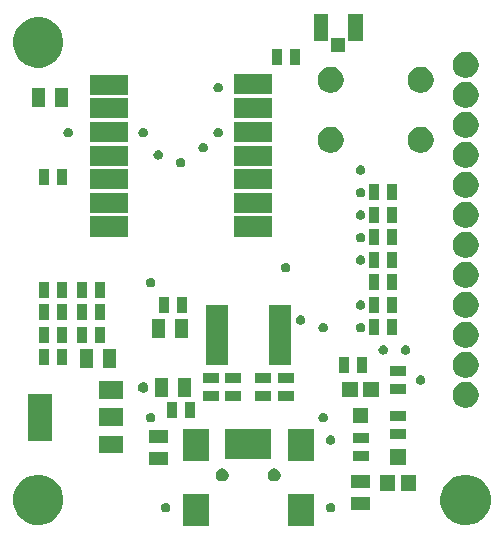
<source format=gts>
G04 (created by PCBNEW (2013-may-18)-stable) date Fri 12 Dec 2014 10:12:51 AM CET*
%MOIN*%
G04 Gerber Fmt 3.4, Leading zero omitted, Abs format*
%FSLAX34Y34*%
G01*
G70*
G90*
G04 APERTURE LIST*
%ADD10C,0.00590551*%
G04 APERTURE END LIST*
G54D10*
G36*
X23740Y-25915D02*
X23309Y-25915D01*
X23309Y-25284D01*
X23740Y-25284D01*
X23740Y-25915D01*
X23740Y-25915D01*
G37*
G36*
X23865Y-28515D02*
X23534Y-28515D01*
X23534Y-27984D01*
X23865Y-27984D01*
X23865Y-28515D01*
X23865Y-28515D01*
G37*
G36*
X23865Y-32265D02*
X23534Y-32265D01*
X23534Y-31734D01*
X23865Y-31734D01*
X23865Y-32265D01*
X23865Y-32265D01*
G37*
G36*
X23865Y-33015D02*
X23534Y-33015D01*
X23534Y-32484D01*
X23865Y-32484D01*
X23865Y-33015D01*
X23865Y-33015D01*
G37*
G36*
X23865Y-33765D02*
X23534Y-33765D01*
X23534Y-33234D01*
X23865Y-33234D01*
X23865Y-33765D01*
X23865Y-33765D01*
G37*
G36*
X23865Y-34515D02*
X23534Y-34515D01*
X23534Y-33984D01*
X23865Y-33984D01*
X23865Y-34515D01*
X23865Y-34515D01*
G37*
G36*
X23963Y-37038D02*
X23174Y-37038D01*
X23174Y-35461D01*
X23963Y-35461D01*
X23963Y-37038D01*
X23963Y-37038D01*
G37*
G36*
X24339Y-23670D02*
X24337Y-23852D01*
X24299Y-24019D01*
X24235Y-24164D01*
X24136Y-24303D01*
X24021Y-24413D01*
X23877Y-24504D01*
X23729Y-24561D01*
X23561Y-24591D01*
X23403Y-24588D01*
X23236Y-24551D01*
X23091Y-24488D01*
X22950Y-24390D01*
X22840Y-24276D01*
X22748Y-24132D01*
X22689Y-23985D01*
X22658Y-23817D01*
X22661Y-23659D01*
X22696Y-23491D01*
X22758Y-23346D01*
X22855Y-23204D01*
X22968Y-23094D01*
X23112Y-23000D01*
X23258Y-22941D01*
X23427Y-22909D01*
X23584Y-22910D01*
X23753Y-22945D01*
X23898Y-23006D01*
X24040Y-23102D01*
X24151Y-23213D01*
X24246Y-23357D01*
X24306Y-23502D01*
X24339Y-23670D01*
X24339Y-23670D01*
G37*
G36*
X24339Y-38920D02*
X24337Y-39102D01*
X24299Y-39269D01*
X24235Y-39414D01*
X24136Y-39553D01*
X24021Y-39663D01*
X23877Y-39754D01*
X23729Y-39811D01*
X23561Y-39841D01*
X23403Y-39838D01*
X23236Y-39801D01*
X23091Y-39738D01*
X22950Y-39640D01*
X22840Y-39526D01*
X22748Y-39382D01*
X22689Y-39235D01*
X22658Y-39067D01*
X22661Y-38909D01*
X22696Y-38741D01*
X22758Y-38596D01*
X22855Y-38454D01*
X22968Y-38344D01*
X23112Y-38250D01*
X23258Y-38191D01*
X23427Y-38159D01*
X23584Y-38160D01*
X23753Y-38195D01*
X23898Y-38256D01*
X24040Y-38352D01*
X24151Y-38463D01*
X24246Y-38607D01*
X24306Y-38752D01*
X24339Y-38920D01*
X24339Y-38920D01*
G37*
G36*
X24465Y-28515D02*
X24134Y-28515D01*
X24134Y-27984D01*
X24465Y-27984D01*
X24465Y-28515D01*
X24465Y-28515D01*
G37*
G36*
X24465Y-32265D02*
X24134Y-32265D01*
X24134Y-31734D01*
X24465Y-31734D01*
X24465Y-32265D01*
X24465Y-32265D01*
G37*
G36*
X24465Y-33015D02*
X24134Y-33015D01*
X24134Y-32484D01*
X24465Y-32484D01*
X24465Y-33015D01*
X24465Y-33015D01*
G37*
G36*
X24465Y-33765D02*
X24134Y-33765D01*
X24134Y-33234D01*
X24465Y-33234D01*
X24465Y-33765D01*
X24465Y-33765D01*
G37*
G36*
X24465Y-34515D02*
X24134Y-34515D01*
X24134Y-33984D01*
X24465Y-33984D01*
X24465Y-34515D01*
X24465Y-34515D01*
G37*
G36*
X24490Y-25915D02*
X24059Y-25915D01*
X24059Y-25284D01*
X24490Y-25284D01*
X24490Y-25915D01*
X24490Y-25915D01*
G37*
G36*
X24658Y-26737D02*
X24657Y-26767D01*
X24649Y-26802D01*
X24639Y-26825D01*
X24618Y-26855D01*
X24599Y-26873D01*
X24568Y-26892D01*
X24545Y-26901D01*
X24509Y-26908D01*
X24484Y-26907D01*
X24448Y-26899D01*
X24425Y-26889D01*
X24394Y-26868D01*
X24377Y-26850D01*
X24357Y-26819D01*
X24348Y-26796D01*
X24341Y-26759D01*
X24342Y-26735D01*
X24349Y-26698D01*
X24359Y-26676D01*
X24380Y-26645D01*
X24397Y-26628D01*
X24429Y-26607D01*
X24451Y-26598D01*
X24489Y-26591D01*
X24512Y-26591D01*
X24550Y-26599D01*
X24572Y-26608D01*
X24603Y-26630D01*
X24620Y-26646D01*
X24641Y-26678D01*
X24650Y-26700D01*
X24658Y-26737D01*
X24658Y-26737D01*
G37*
G36*
X25115Y-32265D02*
X24784Y-32265D01*
X24784Y-31734D01*
X25115Y-31734D01*
X25115Y-32265D01*
X25115Y-32265D01*
G37*
G36*
X25115Y-33015D02*
X24784Y-33015D01*
X24784Y-32484D01*
X25115Y-32484D01*
X25115Y-33015D01*
X25115Y-33015D01*
G37*
G36*
X25115Y-33765D02*
X24784Y-33765D01*
X24784Y-33234D01*
X25115Y-33234D01*
X25115Y-33765D01*
X25115Y-33765D01*
G37*
G36*
X25340Y-34615D02*
X24909Y-34615D01*
X24909Y-33984D01*
X25340Y-33984D01*
X25340Y-34615D01*
X25340Y-34615D01*
G37*
G36*
X25715Y-32265D02*
X25384Y-32265D01*
X25384Y-31734D01*
X25715Y-31734D01*
X25715Y-32265D01*
X25715Y-32265D01*
G37*
G36*
X25715Y-33015D02*
X25384Y-33015D01*
X25384Y-32484D01*
X25715Y-32484D01*
X25715Y-33015D01*
X25715Y-33015D01*
G37*
G36*
X25715Y-33765D02*
X25384Y-33765D01*
X25384Y-33234D01*
X25715Y-33234D01*
X25715Y-33765D01*
X25715Y-33765D01*
G37*
G36*
X26090Y-34615D02*
X25659Y-34615D01*
X25659Y-33984D01*
X26090Y-33984D01*
X26090Y-34615D01*
X26090Y-34615D01*
G37*
G36*
X26325Y-35640D02*
X25536Y-35640D01*
X25536Y-35047D01*
X26325Y-35047D01*
X26325Y-35640D01*
X26325Y-35640D01*
G37*
G36*
X26325Y-36546D02*
X25536Y-36546D01*
X25536Y-35953D01*
X26325Y-35953D01*
X26325Y-36546D01*
X26325Y-36546D01*
G37*
G36*
X26325Y-37452D02*
X25536Y-37452D01*
X25536Y-36859D01*
X26325Y-36859D01*
X26325Y-37452D01*
X26325Y-37452D01*
G37*
G36*
X26479Y-25498D02*
X25217Y-25498D01*
X25217Y-24827D01*
X26479Y-24827D01*
X26479Y-25498D01*
X26479Y-25498D01*
G37*
G36*
X26479Y-26286D02*
X25217Y-26286D01*
X25217Y-25615D01*
X26479Y-25615D01*
X26479Y-26286D01*
X26479Y-26286D01*
G37*
G36*
X26479Y-27073D02*
X25217Y-27073D01*
X25217Y-26402D01*
X26479Y-26402D01*
X26479Y-27073D01*
X26479Y-27073D01*
G37*
G36*
X26479Y-27860D02*
X25217Y-27860D01*
X25217Y-27190D01*
X26479Y-27190D01*
X26479Y-27860D01*
X26479Y-27860D01*
G37*
G36*
X26479Y-28648D02*
X25217Y-28648D01*
X25217Y-27977D01*
X26479Y-27977D01*
X26479Y-28648D01*
X26479Y-28648D01*
G37*
G36*
X26479Y-29435D02*
X25217Y-29435D01*
X25217Y-28764D01*
X26479Y-28764D01*
X26479Y-29435D01*
X26479Y-29435D01*
G37*
G36*
X26479Y-30223D02*
X25217Y-30223D01*
X25217Y-29552D01*
X26479Y-29552D01*
X26479Y-30223D01*
X26479Y-30223D01*
G37*
G36*
X27158Y-26737D02*
X27157Y-26767D01*
X27149Y-26802D01*
X27139Y-26825D01*
X27118Y-26855D01*
X27099Y-26873D01*
X27068Y-26892D01*
X27045Y-26901D01*
X27009Y-26908D01*
X26984Y-26907D01*
X26948Y-26899D01*
X26925Y-26889D01*
X26894Y-26868D01*
X26877Y-26850D01*
X26857Y-26819D01*
X26848Y-26796D01*
X26841Y-26759D01*
X26842Y-26735D01*
X26849Y-26698D01*
X26859Y-26676D01*
X26880Y-26645D01*
X26897Y-26628D01*
X26929Y-26607D01*
X26951Y-26598D01*
X26989Y-26591D01*
X27012Y-26591D01*
X27050Y-26599D01*
X27072Y-26608D01*
X27103Y-26630D01*
X27120Y-26646D01*
X27141Y-26678D01*
X27150Y-26700D01*
X27158Y-26737D01*
X27158Y-26737D01*
G37*
G36*
X27177Y-35235D02*
X27177Y-35269D01*
X27168Y-35308D01*
X27156Y-35335D01*
X27133Y-35368D01*
X27112Y-35388D01*
X27077Y-35410D01*
X27050Y-35420D01*
X27010Y-35428D01*
X26981Y-35427D01*
X26941Y-35418D01*
X26915Y-35407D01*
X26881Y-35383D01*
X26862Y-35363D01*
X26839Y-35328D01*
X26829Y-35302D01*
X26821Y-35261D01*
X26822Y-35233D01*
X26831Y-35192D01*
X26842Y-35167D01*
X26865Y-35132D01*
X26885Y-35113D01*
X26920Y-35090D01*
X26946Y-35079D01*
X26987Y-35072D01*
X27015Y-35072D01*
X27056Y-35080D01*
X27081Y-35091D01*
X27116Y-35114D01*
X27135Y-35134D01*
X27159Y-35169D01*
X27169Y-35194D01*
X27177Y-35235D01*
X27177Y-35235D01*
G37*
G36*
X27408Y-31737D02*
X27407Y-31767D01*
X27399Y-31802D01*
X27389Y-31825D01*
X27368Y-31855D01*
X27349Y-31873D01*
X27318Y-31892D01*
X27295Y-31901D01*
X27259Y-31908D01*
X27234Y-31907D01*
X27198Y-31899D01*
X27175Y-31889D01*
X27144Y-31868D01*
X27127Y-31850D01*
X27107Y-31819D01*
X27098Y-31796D01*
X27091Y-31759D01*
X27092Y-31735D01*
X27099Y-31698D01*
X27109Y-31676D01*
X27130Y-31645D01*
X27147Y-31628D01*
X27179Y-31607D01*
X27201Y-31598D01*
X27239Y-31591D01*
X27262Y-31591D01*
X27300Y-31599D01*
X27322Y-31608D01*
X27353Y-31630D01*
X27370Y-31646D01*
X27391Y-31678D01*
X27400Y-31700D01*
X27408Y-31737D01*
X27408Y-31737D01*
G37*
G36*
X27408Y-36237D02*
X27407Y-36267D01*
X27399Y-36302D01*
X27389Y-36325D01*
X27368Y-36355D01*
X27349Y-36373D01*
X27318Y-36392D01*
X27295Y-36401D01*
X27259Y-36408D01*
X27234Y-36407D01*
X27198Y-36399D01*
X27175Y-36389D01*
X27144Y-36368D01*
X27127Y-36350D01*
X27107Y-36319D01*
X27098Y-36296D01*
X27091Y-36259D01*
X27092Y-36235D01*
X27099Y-36198D01*
X27109Y-36176D01*
X27130Y-36145D01*
X27147Y-36128D01*
X27179Y-36107D01*
X27201Y-36098D01*
X27239Y-36091D01*
X27262Y-36091D01*
X27300Y-36099D01*
X27322Y-36108D01*
X27353Y-36130D01*
X27370Y-36146D01*
X27391Y-36178D01*
X27400Y-36200D01*
X27408Y-36237D01*
X27408Y-36237D01*
G37*
G36*
X27658Y-27487D02*
X27657Y-27517D01*
X27649Y-27552D01*
X27639Y-27575D01*
X27618Y-27605D01*
X27599Y-27623D01*
X27568Y-27642D01*
X27545Y-27651D01*
X27509Y-27658D01*
X27484Y-27657D01*
X27448Y-27649D01*
X27425Y-27639D01*
X27394Y-27618D01*
X27377Y-27600D01*
X27357Y-27569D01*
X27348Y-27546D01*
X27341Y-27509D01*
X27342Y-27485D01*
X27349Y-27448D01*
X27359Y-27426D01*
X27380Y-27395D01*
X27397Y-27378D01*
X27429Y-27357D01*
X27451Y-27348D01*
X27489Y-27341D01*
X27512Y-27341D01*
X27550Y-27349D01*
X27572Y-27358D01*
X27603Y-27380D01*
X27620Y-27396D01*
X27641Y-27428D01*
X27650Y-27450D01*
X27658Y-27487D01*
X27658Y-27487D01*
G37*
G36*
X27740Y-33615D02*
X27309Y-33615D01*
X27309Y-32984D01*
X27740Y-32984D01*
X27740Y-33615D01*
X27740Y-33615D01*
G37*
G36*
X27815Y-37090D02*
X27184Y-37090D01*
X27184Y-36659D01*
X27815Y-36659D01*
X27815Y-37090D01*
X27815Y-37090D01*
G37*
G36*
X27815Y-37840D02*
X27184Y-37840D01*
X27184Y-37409D01*
X27815Y-37409D01*
X27815Y-37840D01*
X27815Y-37840D01*
G37*
G36*
X27840Y-35565D02*
X27409Y-35565D01*
X27409Y-34934D01*
X27840Y-34934D01*
X27840Y-35565D01*
X27840Y-35565D01*
G37*
G36*
X27865Y-32765D02*
X27534Y-32765D01*
X27534Y-32234D01*
X27865Y-32234D01*
X27865Y-32765D01*
X27865Y-32765D01*
G37*
G36*
X27908Y-39237D02*
X27907Y-39267D01*
X27899Y-39302D01*
X27889Y-39325D01*
X27868Y-39355D01*
X27849Y-39373D01*
X27818Y-39392D01*
X27795Y-39401D01*
X27759Y-39408D01*
X27734Y-39407D01*
X27698Y-39399D01*
X27675Y-39389D01*
X27644Y-39368D01*
X27627Y-39350D01*
X27607Y-39319D01*
X27598Y-39296D01*
X27591Y-39259D01*
X27592Y-39235D01*
X27599Y-39198D01*
X27609Y-39176D01*
X27630Y-39145D01*
X27647Y-39128D01*
X27679Y-39107D01*
X27701Y-39098D01*
X27739Y-39091D01*
X27762Y-39091D01*
X27800Y-39099D01*
X27822Y-39108D01*
X27853Y-39130D01*
X27870Y-39146D01*
X27891Y-39178D01*
X27900Y-39200D01*
X27908Y-39237D01*
X27908Y-39237D01*
G37*
G36*
X28115Y-36265D02*
X27784Y-36265D01*
X27784Y-35734D01*
X28115Y-35734D01*
X28115Y-36265D01*
X28115Y-36265D01*
G37*
G36*
X28408Y-27737D02*
X28407Y-27767D01*
X28399Y-27802D01*
X28389Y-27825D01*
X28368Y-27855D01*
X28349Y-27873D01*
X28318Y-27892D01*
X28295Y-27901D01*
X28259Y-27908D01*
X28234Y-27907D01*
X28198Y-27899D01*
X28175Y-27889D01*
X28144Y-27868D01*
X28127Y-27850D01*
X28107Y-27819D01*
X28098Y-27796D01*
X28091Y-27759D01*
X28092Y-27735D01*
X28099Y-27698D01*
X28109Y-27676D01*
X28130Y-27645D01*
X28147Y-27628D01*
X28179Y-27607D01*
X28201Y-27598D01*
X28239Y-27591D01*
X28262Y-27591D01*
X28300Y-27599D01*
X28322Y-27608D01*
X28353Y-27630D01*
X28370Y-27646D01*
X28391Y-27678D01*
X28400Y-27700D01*
X28408Y-27737D01*
X28408Y-27737D01*
G37*
G36*
X28465Y-32765D02*
X28134Y-32765D01*
X28134Y-32234D01*
X28465Y-32234D01*
X28465Y-32765D01*
X28465Y-32765D01*
G37*
G36*
X28490Y-33615D02*
X28059Y-33615D01*
X28059Y-32984D01*
X28490Y-32984D01*
X28490Y-33615D01*
X28490Y-33615D01*
G37*
G36*
X28590Y-35565D02*
X28159Y-35565D01*
X28159Y-34934D01*
X28590Y-34934D01*
X28590Y-35565D01*
X28590Y-35565D01*
G37*
G36*
X28715Y-36265D02*
X28384Y-36265D01*
X28384Y-35734D01*
X28715Y-35734D01*
X28715Y-36265D01*
X28715Y-36265D01*
G37*
G36*
X29158Y-27237D02*
X29157Y-27267D01*
X29149Y-27302D01*
X29139Y-27325D01*
X29118Y-27355D01*
X29099Y-27373D01*
X29068Y-27392D01*
X29045Y-27401D01*
X29009Y-27408D01*
X28984Y-27407D01*
X28948Y-27399D01*
X28925Y-27389D01*
X28894Y-27368D01*
X28877Y-27350D01*
X28857Y-27319D01*
X28848Y-27296D01*
X28841Y-27259D01*
X28842Y-27235D01*
X28849Y-27198D01*
X28859Y-27176D01*
X28880Y-27145D01*
X28897Y-27128D01*
X28929Y-27107D01*
X28951Y-27098D01*
X28989Y-27091D01*
X29012Y-27091D01*
X29050Y-27099D01*
X29072Y-27108D01*
X29103Y-27130D01*
X29120Y-27146D01*
X29141Y-27178D01*
X29150Y-27200D01*
X29158Y-27237D01*
X29158Y-27237D01*
G37*
G36*
X29181Y-37713D02*
X28314Y-37713D01*
X28314Y-36648D01*
X29181Y-36648D01*
X29181Y-37713D01*
X29181Y-37713D01*
G37*
G36*
X29181Y-39878D02*
X28314Y-39878D01*
X28314Y-38813D01*
X29181Y-38813D01*
X29181Y-39878D01*
X29181Y-39878D01*
G37*
G36*
X29515Y-35115D02*
X28984Y-35115D01*
X28984Y-34784D01*
X29515Y-34784D01*
X29515Y-35115D01*
X29515Y-35115D01*
G37*
G36*
X29515Y-35715D02*
X28984Y-35715D01*
X28984Y-35384D01*
X29515Y-35384D01*
X29515Y-35715D01*
X29515Y-35715D01*
G37*
G36*
X29658Y-25237D02*
X29657Y-25267D01*
X29649Y-25302D01*
X29639Y-25325D01*
X29618Y-25355D01*
X29599Y-25373D01*
X29568Y-25392D01*
X29545Y-25401D01*
X29509Y-25408D01*
X29484Y-25407D01*
X29448Y-25399D01*
X29425Y-25389D01*
X29394Y-25368D01*
X29377Y-25350D01*
X29357Y-25319D01*
X29348Y-25296D01*
X29341Y-25259D01*
X29342Y-25235D01*
X29349Y-25198D01*
X29359Y-25176D01*
X29380Y-25145D01*
X29397Y-25128D01*
X29429Y-25107D01*
X29451Y-25098D01*
X29489Y-25091D01*
X29512Y-25091D01*
X29550Y-25099D01*
X29572Y-25108D01*
X29603Y-25130D01*
X29620Y-25146D01*
X29641Y-25178D01*
X29650Y-25200D01*
X29658Y-25237D01*
X29658Y-25237D01*
G37*
G36*
X29658Y-26737D02*
X29657Y-26767D01*
X29649Y-26802D01*
X29639Y-26825D01*
X29618Y-26855D01*
X29599Y-26873D01*
X29568Y-26892D01*
X29545Y-26901D01*
X29509Y-26908D01*
X29484Y-26907D01*
X29448Y-26899D01*
X29425Y-26889D01*
X29394Y-26868D01*
X29377Y-26850D01*
X29357Y-26819D01*
X29348Y-26796D01*
X29341Y-26759D01*
X29342Y-26735D01*
X29349Y-26698D01*
X29359Y-26676D01*
X29380Y-26645D01*
X29397Y-26628D01*
X29429Y-26607D01*
X29451Y-26598D01*
X29489Y-26591D01*
X29512Y-26591D01*
X29550Y-26599D01*
X29572Y-26608D01*
X29603Y-26630D01*
X29620Y-26646D01*
X29641Y-26678D01*
X29650Y-26700D01*
X29658Y-26737D01*
X29658Y-26737D01*
G37*
G36*
X29815Y-34495D02*
X29084Y-34495D01*
X29084Y-34291D01*
X29084Y-34276D01*
X29084Y-34223D01*
X29084Y-34208D01*
X29084Y-34041D01*
X29084Y-34026D01*
X29084Y-33973D01*
X29084Y-33958D01*
X29084Y-33791D01*
X29084Y-33776D01*
X29084Y-33723D01*
X29084Y-33708D01*
X29084Y-33541D01*
X29084Y-33526D01*
X29084Y-33473D01*
X29084Y-33458D01*
X29084Y-33291D01*
X29084Y-33276D01*
X29084Y-33223D01*
X29084Y-33208D01*
X29084Y-33041D01*
X29084Y-33026D01*
X29084Y-32973D01*
X29084Y-32958D01*
X29084Y-32791D01*
X29084Y-32776D01*
X29084Y-32723D01*
X29084Y-32708D01*
X29084Y-32504D01*
X29815Y-32504D01*
X29815Y-32708D01*
X29815Y-32723D01*
X29815Y-32776D01*
X29815Y-32791D01*
X29815Y-32958D01*
X29815Y-32973D01*
X29815Y-33026D01*
X29815Y-33041D01*
X29815Y-33208D01*
X29815Y-33223D01*
X29815Y-33276D01*
X29815Y-33291D01*
X29815Y-33458D01*
X29815Y-33473D01*
X29815Y-33526D01*
X29815Y-33541D01*
X29815Y-33708D01*
X29815Y-33723D01*
X29815Y-33776D01*
X29815Y-33791D01*
X29815Y-33958D01*
X29815Y-33973D01*
X29815Y-34026D01*
X29815Y-34041D01*
X29815Y-34208D01*
X29815Y-34223D01*
X29815Y-34276D01*
X29815Y-34291D01*
X29815Y-34495D01*
X29815Y-34495D01*
G37*
G36*
X29850Y-38146D02*
X29850Y-38189D01*
X29839Y-38236D01*
X29824Y-38270D01*
X29796Y-38309D01*
X29770Y-38334D01*
X29729Y-38360D01*
X29695Y-38373D01*
X29647Y-38382D01*
X29611Y-38381D01*
X29563Y-38371D01*
X29530Y-38356D01*
X29490Y-38328D01*
X29465Y-38302D01*
X29438Y-38261D01*
X29425Y-38228D01*
X29416Y-38179D01*
X29417Y-38144D01*
X29427Y-38095D01*
X29441Y-38063D01*
X29469Y-38022D01*
X29494Y-37997D01*
X29536Y-37970D01*
X29569Y-37957D01*
X29617Y-37947D01*
X29653Y-37948D01*
X29701Y-37958D01*
X29734Y-37971D01*
X29775Y-37999D01*
X29800Y-38024D01*
X29828Y-38066D01*
X29841Y-38098D01*
X29850Y-38146D01*
X29850Y-38146D01*
G37*
G36*
X30265Y-35115D02*
X29734Y-35115D01*
X29734Y-34784D01*
X30265Y-34784D01*
X30265Y-35115D01*
X30265Y-35115D01*
G37*
G36*
X30265Y-35715D02*
X29734Y-35715D01*
X29734Y-35384D01*
X30265Y-35384D01*
X30265Y-35715D01*
X30265Y-35715D01*
G37*
G36*
X31265Y-35115D02*
X30734Y-35115D01*
X30734Y-34784D01*
X31265Y-34784D01*
X31265Y-35115D01*
X31265Y-35115D01*
G37*
G36*
X31265Y-35715D02*
X30734Y-35715D01*
X30734Y-35384D01*
X31265Y-35384D01*
X31265Y-35715D01*
X31265Y-35715D01*
G37*
G36*
X31268Y-37635D02*
X30999Y-37635D01*
X30984Y-37635D01*
X30960Y-37635D01*
X30945Y-37635D01*
X30684Y-37635D01*
X30669Y-37635D01*
X30645Y-37635D01*
X30630Y-37635D01*
X30369Y-37635D01*
X30354Y-37635D01*
X30330Y-37635D01*
X30315Y-37635D01*
X30054Y-37635D01*
X30039Y-37635D01*
X30015Y-37635D01*
X30000Y-37635D01*
X29731Y-37635D01*
X29731Y-36648D01*
X30000Y-36648D01*
X30015Y-36648D01*
X30039Y-36648D01*
X30054Y-36648D01*
X30315Y-36648D01*
X30330Y-36648D01*
X30354Y-36648D01*
X30369Y-36648D01*
X30630Y-36648D01*
X30645Y-36648D01*
X30669Y-36648D01*
X30684Y-36648D01*
X30945Y-36648D01*
X30960Y-36648D01*
X30984Y-36648D01*
X30999Y-36648D01*
X31268Y-36648D01*
X31268Y-37635D01*
X31268Y-37635D01*
G37*
G36*
X31280Y-25485D02*
X30019Y-25485D01*
X30019Y-24814D01*
X31280Y-24814D01*
X31280Y-25485D01*
X31280Y-25485D01*
G37*
G36*
X31282Y-26286D02*
X30020Y-26286D01*
X30020Y-25615D01*
X31282Y-25615D01*
X31282Y-26286D01*
X31282Y-26286D01*
G37*
G36*
X31282Y-27073D02*
X30020Y-27073D01*
X30020Y-26402D01*
X31282Y-26402D01*
X31282Y-27073D01*
X31282Y-27073D01*
G37*
G36*
X31282Y-27860D02*
X30020Y-27860D01*
X30020Y-27190D01*
X31282Y-27190D01*
X31282Y-27860D01*
X31282Y-27860D01*
G37*
G36*
X31282Y-28648D02*
X30020Y-28648D01*
X30020Y-27977D01*
X31282Y-27977D01*
X31282Y-28648D01*
X31282Y-28648D01*
G37*
G36*
X31282Y-29435D02*
X30020Y-29435D01*
X30020Y-28764D01*
X31282Y-28764D01*
X31282Y-29435D01*
X31282Y-29435D01*
G37*
G36*
X31282Y-30223D02*
X30020Y-30223D01*
X30020Y-29552D01*
X31282Y-29552D01*
X31282Y-30223D01*
X31282Y-30223D01*
G37*
G36*
X31582Y-38146D02*
X31582Y-38189D01*
X31571Y-38236D01*
X31556Y-38270D01*
X31528Y-38309D01*
X31502Y-38334D01*
X31461Y-38360D01*
X31427Y-38373D01*
X31379Y-38382D01*
X31343Y-38381D01*
X31295Y-38371D01*
X31262Y-38356D01*
X31222Y-38328D01*
X31197Y-38302D01*
X31170Y-38261D01*
X31157Y-38228D01*
X31148Y-38179D01*
X31149Y-38144D01*
X31159Y-38095D01*
X31173Y-38063D01*
X31201Y-38022D01*
X31226Y-37997D01*
X31268Y-37970D01*
X31301Y-37957D01*
X31349Y-37947D01*
X31385Y-37948D01*
X31433Y-37958D01*
X31466Y-37971D01*
X31507Y-37999D01*
X31532Y-38024D01*
X31560Y-38066D01*
X31573Y-38098D01*
X31582Y-38146D01*
X31582Y-38146D01*
G37*
G36*
X31615Y-24515D02*
X31284Y-24515D01*
X31284Y-23984D01*
X31615Y-23984D01*
X31615Y-24515D01*
X31615Y-24515D01*
G37*
G36*
X31908Y-31237D02*
X31907Y-31267D01*
X31899Y-31302D01*
X31889Y-31325D01*
X31868Y-31355D01*
X31849Y-31373D01*
X31818Y-31392D01*
X31795Y-31401D01*
X31759Y-31408D01*
X31734Y-31407D01*
X31698Y-31399D01*
X31675Y-31389D01*
X31644Y-31368D01*
X31627Y-31350D01*
X31607Y-31319D01*
X31598Y-31296D01*
X31591Y-31259D01*
X31592Y-31235D01*
X31599Y-31198D01*
X31609Y-31176D01*
X31630Y-31145D01*
X31647Y-31128D01*
X31679Y-31107D01*
X31701Y-31098D01*
X31739Y-31091D01*
X31762Y-31091D01*
X31800Y-31099D01*
X31822Y-31108D01*
X31853Y-31130D01*
X31870Y-31146D01*
X31891Y-31178D01*
X31900Y-31200D01*
X31908Y-31237D01*
X31908Y-31237D01*
G37*
G36*
X31915Y-34495D02*
X31184Y-34495D01*
X31184Y-34291D01*
X31184Y-34276D01*
X31184Y-34223D01*
X31184Y-34208D01*
X31184Y-34041D01*
X31184Y-34026D01*
X31184Y-33973D01*
X31184Y-33958D01*
X31184Y-33791D01*
X31184Y-33776D01*
X31184Y-33723D01*
X31184Y-33708D01*
X31184Y-33541D01*
X31184Y-33526D01*
X31184Y-33473D01*
X31184Y-33458D01*
X31184Y-33291D01*
X31184Y-33276D01*
X31184Y-33223D01*
X31184Y-33208D01*
X31184Y-33041D01*
X31184Y-33026D01*
X31184Y-32973D01*
X31184Y-32958D01*
X31184Y-32791D01*
X31184Y-32776D01*
X31184Y-32723D01*
X31184Y-32708D01*
X31184Y-32504D01*
X31915Y-32504D01*
X31915Y-32708D01*
X31915Y-32723D01*
X31915Y-32776D01*
X31915Y-32791D01*
X31915Y-32958D01*
X31915Y-32973D01*
X31915Y-33026D01*
X31915Y-33041D01*
X31915Y-33208D01*
X31915Y-33223D01*
X31915Y-33276D01*
X31915Y-33291D01*
X31915Y-33458D01*
X31915Y-33473D01*
X31915Y-33526D01*
X31915Y-33541D01*
X31915Y-33708D01*
X31915Y-33723D01*
X31915Y-33776D01*
X31915Y-33791D01*
X31915Y-33958D01*
X31915Y-33973D01*
X31915Y-34026D01*
X31915Y-34041D01*
X31915Y-34208D01*
X31915Y-34223D01*
X31915Y-34276D01*
X31915Y-34291D01*
X31915Y-34495D01*
X31915Y-34495D01*
G37*
G36*
X32015Y-35115D02*
X31484Y-35115D01*
X31484Y-34784D01*
X32015Y-34784D01*
X32015Y-35115D01*
X32015Y-35115D01*
G37*
G36*
X32015Y-35715D02*
X31484Y-35715D01*
X31484Y-35384D01*
X32015Y-35384D01*
X32015Y-35715D01*
X32015Y-35715D01*
G37*
G36*
X32215Y-24515D02*
X31884Y-24515D01*
X31884Y-23984D01*
X32215Y-23984D01*
X32215Y-24515D01*
X32215Y-24515D01*
G37*
G36*
X32408Y-32987D02*
X32407Y-33017D01*
X32399Y-33052D01*
X32389Y-33075D01*
X32368Y-33105D01*
X32349Y-33123D01*
X32318Y-33142D01*
X32295Y-33151D01*
X32259Y-33158D01*
X32234Y-33157D01*
X32198Y-33149D01*
X32175Y-33139D01*
X32144Y-33118D01*
X32127Y-33100D01*
X32107Y-33069D01*
X32098Y-33046D01*
X32091Y-33009D01*
X32092Y-32985D01*
X32099Y-32948D01*
X32109Y-32926D01*
X32130Y-32895D01*
X32147Y-32878D01*
X32179Y-32857D01*
X32201Y-32848D01*
X32239Y-32841D01*
X32262Y-32841D01*
X32300Y-32849D01*
X32322Y-32858D01*
X32353Y-32880D01*
X32370Y-32896D01*
X32391Y-32928D01*
X32400Y-32950D01*
X32408Y-32987D01*
X32408Y-32987D01*
G37*
G36*
X32685Y-37713D02*
X31818Y-37713D01*
X31818Y-36648D01*
X32685Y-36648D01*
X32685Y-37713D01*
X32685Y-37713D01*
G37*
G36*
X32685Y-39878D02*
X31818Y-39878D01*
X31818Y-38813D01*
X32685Y-38813D01*
X32685Y-39878D01*
X32685Y-39878D01*
G37*
G36*
X33154Y-23711D02*
X32684Y-23711D01*
X32684Y-22788D01*
X33154Y-22788D01*
X33154Y-23711D01*
X33154Y-23711D01*
G37*
G36*
X33158Y-33237D02*
X33157Y-33267D01*
X33149Y-33302D01*
X33139Y-33325D01*
X33118Y-33355D01*
X33099Y-33373D01*
X33068Y-33392D01*
X33045Y-33401D01*
X33009Y-33408D01*
X32984Y-33407D01*
X32948Y-33399D01*
X32925Y-33389D01*
X32894Y-33368D01*
X32877Y-33350D01*
X32857Y-33319D01*
X32848Y-33296D01*
X32841Y-33259D01*
X32842Y-33235D01*
X32849Y-33198D01*
X32859Y-33176D01*
X32880Y-33145D01*
X32897Y-33128D01*
X32929Y-33107D01*
X32951Y-33098D01*
X32989Y-33091D01*
X33012Y-33091D01*
X33050Y-33099D01*
X33072Y-33108D01*
X33103Y-33130D01*
X33120Y-33146D01*
X33141Y-33178D01*
X33150Y-33200D01*
X33158Y-33237D01*
X33158Y-33237D01*
G37*
G36*
X33158Y-36237D02*
X33157Y-36267D01*
X33149Y-36302D01*
X33139Y-36325D01*
X33118Y-36355D01*
X33099Y-36373D01*
X33068Y-36392D01*
X33045Y-36401D01*
X33009Y-36408D01*
X32984Y-36407D01*
X32948Y-36399D01*
X32925Y-36389D01*
X32894Y-36368D01*
X32877Y-36350D01*
X32857Y-36319D01*
X32848Y-36296D01*
X32841Y-36259D01*
X32842Y-36235D01*
X32849Y-36198D01*
X32859Y-36176D01*
X32880Y-36145D01*
X32897Y-36128D01*
X32929Y-36107D01*
X32951Y-36098D01*
X32989Y-36091D01*
X33012Y-36091D01*
X33050Y-36099D01*
X33072Y-36108D01*
X33103Y-36130D01*
X33120Y-36146D01*
X33141Y-36178D01*
X33150Y-36200D01*
X33158Y-36237D01*
X33158Y-36237D01*
G37*
G36*
X33408Y-36987D02*
X33407Y-37017D01*
X33399Y-37052D01*
X33389Y-37075D01*
X33368Y-37105D01*
X33349Y-37123D01*
X33318Y-37142D01*
X33295Y-37151D01*
X33259Y-37158D01*
X33234Y-37157D01*
X33198Y-37149D01*
X33175Y-37139D01*
X33144Y-37118D01*
X33127Y-37100D01*
X33107Y-37069D01*
X33098Y-37046D01*
X33091Y-37009D01*
X33092Y-36985D01*
X33099Y-36948D01*
X33109Y-36926D01*
X33130Y-36895D01*
X33147Y-36878D01*
X33179Y-36857D01*
X33201Y-36848D01*
X33239Y-36841D01*
X33262Y-36841D01*
X33300Y-36849D01*
X33322Y-36858D01*
X33353Y-36880D01*
X33370Y-36896D01*
X33391Y-36928D01*
X33400Y-36950D01*
X33408Y-36987D01*
X33408Y-36987D01*
G37*
G36*
X33408Y-39237D02*
X33407Y-39267D01*
X33399Y-39302D01*
X33389Y-39325D01*
X33368Y-39355D01*
X33349Y-39373D01*
X33318Y-39392D01*
X33295Y-39401D01*
X33259Y-39408D01*
X33234Y-39407D01*
X33198Y-39399D01*
X33175Y-39389D01*
X33144Y-39368D01*
X33127Y-39350D01*
X33107Y-39319D01*
X33098Y-39296D01*
X33091Y-39259D01*
X33092Y-39235D01*
X33099Y-39198D01*
X33109Y-39176D01*
X33130Y-39145D01*
X33147Y-39128D01*
X33179Y-39107D01*
X33201Y-39098D01*
X33239Y-39091D01*
X33262Y-39091D01*
X33300Y-39099D01*
X33322Y-39108D01*
X33353Y-39130D01*
X33370Y-39146D01*
X33391Y-39178D01*
X33400Y-39200D01*
X33408Y-39237D01*
X33408Y-39237D01*
G37*
G36*
X33683Y-24960D02*
X33682Y-25051D01*
X33662Y-25140D01*
X33630Y-25212D01*
X33577Y-25286D01*
X33520Y-25341D01*
X33443Y-25390D01*
X33369Y-25418D01*
X33280Y-25434D01*
X33201Y-25432D01*
X33112Y-25413D01*
X33040Y-25381D01*
X32965Y-25329D01*
X32910Y-25273D01*
X32861Y-25196D01*
X32832Y-25123D01*
X32815Y-25033D01*
X32816Y-24954D01*
X32835Y-24865D01*
X32866Y-24793D01*
X32918Y-24717D01*
X32974Y-24662D01*
X33051Y-24612D01*
X33123Y-24583D01*
X33214Y-24565D01*
X33291Y-24566D01*
X33382Y-24585D01*
X33453Y-24615D01*
X33530Y-24666D01*
X33585Y-24721D01*
X33636Y-24798D01*
X33665Y-24870D01*
X33683Y-24960D01*
X33683Y-24960D01*
G37*
G36*
X33683Y-26960D02*
X33682Y-27051D01*
X33662Y-27140D01*
X33630Y-27212D01*
X33577Y-27286D01*
X33520Y-27341D01*
X33443Y-27390D01*
X33369Y-27418D01*
X33280Y-27434D01*
X33201Y-27432D01*
X33112Y-27413D01*
X33040Y-27381D01*
X32965Y-27329D01*
X32910Y-27273D01*
X32861Y-27196D01*
X32832Y-27123D01*
X32815Y-27033D01*
X32816Y-26954D01*
X32835Y-26865D01*
X32866Y-26793D01*
X32918Y-26717D01*
X32974Y-26662D01*
X33051Y-26612D01*
X33123Y-26583D01*
X33214Y-26565D01*
X33291Y-26566D01*
X33382Y-26585D01*
X33453Y-26615D01*
X33530Y-26666D01*
X33585Y-26721D01*
X33636Y-26798D01*
X33665Y-26870D01*
X33683Y-26960D01*
X33683Y-26960D01*
G37*
G36*
X33725Y-24085D02*
X33274Y-24085D01*
X33274Y-23615D01*
X33725Y-23615D01*
X33725Y-24085D01*
X33725Y-24085D01*
G37*
G36*
X33865Y-34765D02*
X33534Y-34765D01*
X33534Y-34234D01*
X33865Y-34234D01*
X33865Y-34765D01*
X33865Y-34765D01*
G37*
G36*
X34156Y-35573D02*
X33643Y-35573D01*
X33643Y-35060D01*
X34156Y-35060D01*
X34156Y-35573D01*
X34156Y-35573D01*
G37*
G36*
X34315Y-23711D02*
X33845Y-23711D01*
X33845Y-22788D01*
X34315Y-22788D01*
X34315Y-23711D01*
X34315Y-23711D01*
G37*
G36*
X34408Y-27987D02*
X34407Y-28017D01*
X34399Y-28052D01*
X34389Y-28075D01*
X34368Y-28105D01*
X34349Y-28123D01*
X34318Y-28142D01*
X34295Y-28151D01*
X34259Y-28158D01*
X34234Y-28157D01*
X34198Y-28149D01*
X34175Y-28139D01*
X34144Y-28118D01*
X34127Y-28100D01*
X34107Y-28069D01*
X34098Y-28046D01*
X34091Y-28009D01*
X34092Y-27985D01*
X34099Y-27948D01*
X34109Y-27926D01*
X34130Y-27895D01*
X34147Y-27878D01*
X34179Y-27857D01*
X34201Y-27848D01*
X34239Y-27841D01*
X34262Y-27841D01*
X34300Y-27849D01*
X34322Y-27858D01*
X34353Y-27880D01*
X34370Y-27896D01*
X34391Y-27928D01*
X34400Y-27950D01*
X34408Y-27987D01*
X34408Y-27987D01*
G37*
G36*
X34408Y-28737D02*
X34407Y-28767D01*
X34399Y-28802D01*
X34389Y-28825D01*
X34368Y-28855D01*
X34349Y-28873D01*
X34318Y-28892D01*
X34295Y-28901D01*
X34259Y-28908D01*
X34234Y-28907D01*
X34198Y-28899D01*
X34175Y-28889D01*
X34144Y-28868D01*
X34127Y-28850D01*
X34107Y-28819D01*
X34098Y-28796D01*
X34091Y-28759D01*
X34092Y-28735D01*
X34099Y-28698D01*
X34109Y-28676D01*
X34130Y-28645D01*
X34147Y-28628D01*
X34179Y-28607D01*
X34201Y-28598D01*
X34239Y-28591D01*
X34262Y-28591D01*
X34300Y-28599D01*
X34322Y-28608D01*
X34353Y-28630D01*
X34370Y-28646D01*
X34391Y-28678D01*
X34400Y-28700D01*
X34408Y-28737D01*
X34408Y-28737D01*
G37*
G36*
X34408Y-29487D02*
X34407Y-29517D01*
X34399Y-29552D01*
X34389Y-29575D01*
X34368Y-29605D01*
X34349Y-29623D01*
X34318Y-29642D01*
X34295Y-29651D01*
X34259Y-29658D01*
X34234Y-29657D01*
X34198Y-29649D01*
X34175Y-29639D01*
X34144Y-29618D01*
X34127Y-29600D01*
X34107Y-29569D01*
X34098Y-29546D01*
X34091Y-29509D01*
X34092Y-29485D01*
X34099Y-29448D01*
X34109Y-29426D01*
X34130Y-29395D01*
X34147Y-29378D01*
X34179Y-29357D01*
X34201Y-29348D01*
X34239Y-29341D01*
X34262Y-29341D01*
X34300Y-29349D01*
X34322Y-29358D01*
X34353Y-29380D01*
X34370Y-29396D01*
X34391Y-29428D01*
X34400Y-29450D01*
X34408Y-29487D01*
X34408Y-29487D01*
G37*
G36*
X34408Y-30237D02*
X34407Y-30267D01*
X34399Y-30302D01*
X34389Y-30325D01*
X34368Y-30355D01*
X34349Y-30373D01*
X34318Y-30392D01*
X34295Y-30401D01*
X34259Y-30408D01*
X34234Y-30407D01*
X34198Y-30399D01*
X34175Y-30389D01*
X34144Y-30368D01*
X34127Y-30350D01*
X34107Y-30319D01*
X34098Y-30296D01*
X34091Y-30259D01*
X34092Y-30235D01*
X34099Y-30198D01*
X34109Y-30176D01*
X34130Y-30145D01*
X34147Y-30128D01*
X34179Y-30107D01*
X34201Y-30098D01*
X34239Y-30091D01*
X34262Y-30091D01*
X34300Y-30099D01*
X34322Y-30108D01*
X34353Y-30130D01*
X34370Y-30146D01*
X34391Y-30178D01*
X34400Y-30200D01*
X34408Y-30237D01*
X34408Y-30237D01*
G37*
G36*
X34408Y-30987D02*
X34407Y-31017D01*
X34399Y-31052D01*
X34389Y-31075D01*
X34368Y-31105D01*
X34349Y-31123D01*
X34318Y-31142D01*
X34295Y-31151D01*
X34259Y-31158D01*
X34234Y-31157D01*
X34198Y-31149D01*
X34175Y-31139D01*
X34144Y-31118D01*
X34127Y-31100D01*
X34107Y-31069D01*
X34098Y-31046D01*
X34091Y-31009D01*
X34092Y-30985D01*
X34099Y-30948D01*
X34109Y-30926D01*
X34130Y-30895D01*
X34147Y-30878D01*
X34179Y-30857D01*
X34201Y-30848D01*
X34239Y-30841D01*
X34262Y-30841D01*
X34300Y-30849D01*
X34322Y-30858D01*
X34353Y-30880D01*
X34370Y-30896D01*
X34391Y-30928D01*
X34400Y-30950D01*
X34408Y-30987D01*
X34408Y-30987D01*
G37*
G36*
X34408Y-32487D02*
X34407Y-32517D01*
X34399Y-32552D01*
X34389Y-32575D01*
X34368Y-32605D01*
X34349Y-32623D01*
X34318Y-32642D01*
X34295Y-32651D01*
X34259Y-32658D01*
X34234Y-32657D01*
X34198Y-32649D01*
X34175Y-32639D01*
X34144Y-32618D01*
X34127Y-32600D01*
X34107Y-32569D01*
X34098Y-32546D01*
X34091Y-32509D01*
X34092Y-32485D01*
X34099Y-32448D01*
X34109Y-32426D01*
X34130Y-32395D01*
X34147Y-32378D01*
X34179Y-32357D01*
X34201Y-32348D01*
X34239Y-32341D01*
X34262Y-32341D01*
X34300Y-32349D01*
X34322Y-32358D01*
X34353Y-32380D01*
X34370Y-32396D01*
X34391Y-32428D01*
X34400Y-32450D01*
X34408Y-32487D01*
X34408Y-32487D01*
G37*
G36*
X34408Y-33237D02*
X34407Y-33267D01*
X34399Y-33302D01*
X34389Y-33325D01*
X34368Y-33355D01*
X34349Y-33373D01*
X34318Y-33392D01*
X34295Y-33401D01*
X34259Y-33408D01*
X34234Y-33407D01*
X34198Y-33399D01*
X34175Y-33389D01*
X34144Y-33368D01*
X34127Y-33350D01*
X34107Y-33319D01*
X34098Y-33296D01*
X34091Y-33259D01*
X34092Y-33235D01*
X34099Y-33198D01*
X34109Y-33176D01*
X34130Y-33145D01*
X34147Y-33128D01*
X34179Y-33107D01*
X34201Y-33098D01*
X34239Y-33091D01*
X34262Y-33091D01*
X34300Y-33099D01*
X34322Y-33108D01*
X34353Y-33130D01*
X34370Y-33146D01*
X34391Y-33178D01*
X34400Y-33200D01*
X34408Y-33237D01*
X34408Y-33237D01*
G37*
G36*
X34465Y-34765D02*
X34134Y-34765D01*
X34134Y-34234D01*
X34465Y-34234D01*
X34465Y-34765D01*
X34465Y-34765D01*
G37*
G36*
X34506Y-36439D02*
X33993Y-36439D01*
X33993Y-35926D01*
X34506Y-35926D01*
X34506Y-36439D01*
X34506Y-36439D01*
G37*
G36*
X34515Y-37115D02*
X33984Y-37115D01*
X33984Y-36784D01*
X34515Y-36784D01*
X34515Y-37115D01*
X34515Y-37115D01*
G37*
G36*
X34515Y-37715D02*
X33984Y-37715D01*
X33984Y-37384D01*
X34515Y-37384D01*
X34515Y-37715D01*
X34515Y-37715D01*
G37*
G36*
X34565Y-38590D02*
X33934Y-38590D01*
X33934Y-38159D01*
X34565Y-38159D01*
X34565Y-38590D01*
X34565Y-38590D01*
G37*
G36*
X34565Y-39340D02*
X33934Y-39340D01*
X33934Y-38909D01*
X34565Y-38909D01*
X34565Y-39340D01*
X34565Y-39340D01*
G37*
G36*
X34856Y-35573D02*
X34343Y-35573D01*
X34343Y-35060D01*
X34856Y-35060D01*
X34856Y-35573D01*
X34856Y-35573D01*
G37*
G36*
X34865Y-29015D02*
X34534Y-29015D01*
X34534Y-28484D01*
X34865Y-28484D01*
X34865Y-29015D01*
X34865Y-29015D01*
G37*
G36*
X34865Y-29765D02*
X34534Y-29765D01*
X34534Y-29234D01*
X34865Y-29234D01*
X34865Y-29765D01*
X34865Y-29765D01*
G37*
G36*
X34865Y-30515D02*
X34534Y-30515D01*
X34534Y-29984D01*
X34865Y-29984D01*
X34865Y-30515D01*
X34865Y-30515D01*
G37*
G36*
X34865Y-31265D02*
X34534Y-31265D01*
X34534Y-30734D01*
X34865Y-30734D01*
X34865Y-31265D01*
X34865Y-31265D01*
G37*
G36*
X34865Y-32015D02*
X34534Y-32015D01*
X34534Y-31484D01*
X34865Y-31484D01*
X34865Y-32015D01*
X34865Y-32015D01*
G37*
G36*
X34865Y-32765D02*
X34534Y-32765D01*
X34534Y-32234D01*
X34865Y-32234D01*
X34865Y-32765D01*
X34865Y-32765D01*
G37*
G36*
X34865Y-33515D02*
X34534Y-33515D01*
X34534Y-32984D01*
X34865Y-32984D01*
X34865Y-33515D01*
X34865Y-33515D01*
G37*
G36*
X35158Y-33987D02*
X35157Y-34017D01*
X35149Y-34052D01*
X35139Y-34075D01*
X35118Y-34105D01*
X35099Y-34123D01*
X35068Y-34142D01*
X35045Y-34151D01*
X35009Y-34158D01*
X34984Y-34157D01*
X34948Y-34149D01*
X34925Y-34139D01*
X34894Y-34118D01*
X34877Y-34100D01*
X34857Y-34069D01*
X34848Y-34046D01*
X34841Y-34009D01*
X34842Y-33985D01*
X34849Y-33948D01*
X34859Y-33926D01*
X34880Y-33895D01*
X34897Y-33878D01*
X34929Y-33857D01*
X34951Y-33848D01*
X34989Y-33841D01*
X35012Y-33841D01*
X35050Y-33849D01*
X35072Y-33858D01*
X35103Y-33880D01*
X35120Y-33896D01*
X35141Y-33928D01*
X35150Y-33950D01*
X35158Y-33987D01*
X35158Y-33987D01*
G37*
G36*
X35406Y-38689D02*
X34893Y-38689D01*
X34893Y-38176D01*
X35406Y-38176D01*
X35406Y-38689D01*
X35406Y-38689D01*
G37*
G36*
X35465Y-29015D02*
X35134Y-29015D01*
X35134Y-28484D01*
X35465Y-28484D01*
X35465Y-29015D01*
X35465Y-29015D01*
G37*
G36*
X35465Y-29765D02*
X35134Y-29765D01*
X35134Y-29234D01*
X35465Y-29234D01*
X35465Y-29765D01*
X35465Y-29765D01*
G37*
G36*
X35465Y-30515D02*
X35134Y-30515D01*
X35134Y-29984D01*
X35465Y-29984D01*
X35465Y-30515D01*
X35465Y-30515D01*
G37*
G36*
X35465Y-31265D02*
X35134Y-31265D01*
X35134Y-30734D01*
X35465Y-30734D01*
X35465Y-31265D01*
X35465Y-31265D01*
G37*
G36*
X35465Y-32015D02*
X35134Y-32015D01*
X35134Y-31484D01*
X35465Y-31484D01*
X35465Y-32015D01*
X35465Y-32015D01*
G37*
G36*
X35465Y-32765D02*
X35134Y-32765D01*
X35134Y-32234D01*
X35465Y-32234D01*
X35465Y-32765D01*
X35465Y-32765D01*
G37*
G36*
X35465Y-33515D02*
X35134Y-33515D01*
X35134Y-32984D01*
X35465Y-32984D01*
X35465Y-33515D01*
X35465Y-33515D01*
G37*
G36*
X35756Y-37823D02*
X35243Y-37823D01*
X35243Y-37310D01*
X35756Y-37310D01*
X35756Y-37823D01*
X35756Y-37823D01*
G37*
G36*
X35765Y-34865D02*
X35234Y-34865D01*
X35234Y-34534D01*
X35765Y-34534D01*
X35765Y-34865D01*
X35765Y-34865D01*
G37*
G36*
X35765Y-35465D02*
X35234Y-35465D01*
X35234Y-35134D01*
X35765Y-35134D01*
X35765Y-35465D01*
X35765Y-35465D01*
G37*
G36*
X35765Y-36365D02*
X35234Y-36365D01*
X35234Y-36034D01*
X35765Y-36034D01*
X35765Y-36365D01*
X35765Y-36365D01*
G37*
G36*
X35765Y-36965D02*
X35234Y-36965D01*
X35234Y-36634D01*
X35765Y-36634D01*
X35765Y-36965D01*
X35765Y-36965D01*
G37*
G36*
X35908Y-33987D02*
X35907Y-34017D01*
X35899Y-34052D01*
X35889Y-34075D01*
X35868Y-34105D01*
X35849Y-34123D01*
X35818Y-34142D01*
X35795Y-34151D01*
X35759Y-34158D01*
X35734Y-34157D01*
X35698Y-34149D01*
X35675Y-34139D01*
X35644Y-34118D01*
X35627Y-34100D01*
X35607Y-34069D01*
X35598Y-34046D01*
X35591Y-34009D01*
X35592Y-33985D01*
X35599Y-33948D01*
X35609Y-33926D01*
X35630Y-33895D01*
X35647Y-33878D01*
X35679Y-33857D01*
X35701Y-33848D01*
X35739Y-33841D01*
X35762Y-33841D01*
X35800Y-33849D01*
X35822Y-33858D01*
X35853Y-33880D01*
X35870Y-33896D01*
X35891Y-33928D01*
X35900Y-33950D01*
X35908Y-33987D01*
X35908Y-33987D01*
G37*
G36*
X36106Y-38689D02*
X35593Y-38689D01*
X35593Y-38176D01*
X36106Y-38176D01*
X36106Y-38689D01*
X36106Y-38689D01*
G37*
G36*
X36408Y-34987D02*
X36407Y-35017D01*
X36399Y-35052D01*
X36389Y-35075D01*
X36368Y-35105D01*
X36349Y-35123D01*
X36318Y-35142D01*
X36295Y-35151D01*
X36259Y-35158D01*
X36234Y-35157D01*
X36198Y-35149D01*
X36175Y-35139D01*
X36144Y-35118D01*
X36127Y-35100D01*
X36107Y-35069D01*
X36098Y-35046D01*
X36091Y-35009D01*
X36092Y-34985D01*
X36099Y-34948D01*
X36109Y-34926D01*
X36130Y-34895D01*
X36147Y-34878D01*
X36179Y-34857D01*
X36201Y-34848D01*
X36239Y-34841D01*
X36262Y-34841D01*
X36300Y-34849D01*
X36322Y-34858D01*
X36353Y-34880D01*
X36370Y-34896D01*
X36391Y-34928D01*
X36400Y-34950D01*
X36408Y-34987D01*
X36408Y-34987D01*
G37*
G36*
X36683Y-24960D02*
X36682Y-25051D01*
X36662Y-25140D01*
X36630Y-25212D01*
X36577Y-25286D01*
X36520Y-25341D01*
X36443Y-25390D01*
X36369Y-25418D01*
X36280Y-25434D01*
X36201Y-25432D01*
X36112Y-25413D01*
X36040Y-25381D01*
X35965Y-25329D01*
X35910Y-25273D01*
X35861Y-25196D01*
X35832Y-25123D01*
X35815Y-25033D01*
X35816Y-24954D01*
X35835Y-24865D01*
X35866Y-24793D01*
X35918Y-24717D01*
X35974Y-24662D01*
X36051Y-24612D01*
X36123Y-24583D01*
X36214Y-24565D01*
X36291Y-24566D01*
X36382Y-24585D01*
X36453Y-24615D01*
X36530Y-24666D01*
X36585Y-24721D01*
X36636Y-24798D01*
X36665Y-24870D01*
X36683Y-24960D01*
X36683Y-24960D01*
G37*
G36*
X36683Y-26960D02*
X36682Y-27051D01*
X36662Y-27140D01*
X36630Y-27212D01*
X36577Y-27286D01*
X36520Y-27341D01*
X36443Y-27390D01*
X36369Y-27418D01*
X36280Y-27434D01*
X36201Y-27432D01*
X36112Y-27413D01*
X36040Y-27381D01*
X35965Y-27329D01*
X35910Y-27273D01*
X35861Y-27196D01*
X35832Y-27123D01*
X35815Y-27033D01*
X35816Y-26954D01*
X35835Y-26865D01*
X35866Y-26793D01*
X35918Y-26717D01*
X35974Y-26662D01*
X36051Y-26612D01*
X36123Y-26583D01*
X36214Y-26565D01*
X36291Y-26566D01*
X36382Y-26585D01*
X36453Y-26615D01*
X36530Y-26666D01*
X36585Y-26721D01*
X36636Y-26798D01*
X36665Y-26870D01*
X36683Y-26960D01*
X36683Y-26960D01*
G37*
G36*
X38183Y-24460D02*
X38182Y-24551D01*
X38162Y-24640D01*
X38130Y-24712D01*
X38077Y-24786D01*
X38020Y-24841D01*
X37943Y-24890D01*
X37869Y-24918D01*
X37780Y-24934D01*
X37701Y-24932D01*
X37612Y-24913D01*
X37540Y-24881D01*
X37465Y-24829D01*
X37410Y-24773D01*
X37361Y-24696D01*
X37332Y-24623D01*
X37315Y-24533D01*
X37316Y-24454D01*
X37335Y-24365D01*
X37366Y-24293D01*
X37418Y-24217D01*
X37474Y-24162D01*
X37551Y-24112D01*
X37623Y-24083D01*
X37714Y-24065D01*
X37791Y-24066D01*
X37882Y-24085D01*
X37953Y-24115D01*
X38030Y-24166D01*
X38085Y-24221D01*
X38136Y-24298D01*
X38165Y-24370D01*
X38183Y-24460D01*
X38183Y-24460D01*
G37*
G36*
X38183Y-25460D02*
X38182Y-25551D01*
X38162Y-25640D01*
X38130Y-25712D01*
X38077Y-25786D01*
X38020Y-25841D01*
X37943Y-25890D01*
X37869Y-25918D01*
X37780Y-25934D01*
X37701Y-25932D01*
X37612Y-25913D01*
X37540Y-25881D01*
X37465Y-25829D01*
X37410Y-25773D01*
X37361Y-25696D01*
X37332Y-25623D01*
X37315Y-25533D01*
X37316Y-25454D01*
X37335Y-25365D01*
X37366Y-25293D01*
X37418Y-25217D01*
X37474Y-25162D01*
X37551Y-25112D01*
X37623Y-25083D01*
X37714Y-25065D01*
X37791Y-25066D01*
X37882Y-25085D01*
X37953Y-25115D01*
X38030Y-25166D01*
X38085Y-25221D01*
X38136Y-25298D01*
X38165Y-25370D01*
X38183Y-25460D01*
X38183Y-25460D01*
G37*
G36*
X38183Y-26460D02*
X38182Y-26551D01*
X38162Y-26640D01*
X38130Y-26712D01*
X38077Y-26786D01*
X38020Y-26841D01*
X37943Y-26890D01*
X37869Y-26918D01*
X37780Y-26934D01*
X37701Y-26932D01*
X37612Y-26913D01*
X37540Y-26881D01*
X37465Y-26829D01*
X37410Y-26773D01*
X37361Y-26696D01*
X37332Y-26623D01*
X37315Y-26533D01*
X37316Y-26454D01*
X37335Y-26365D01*
X37366Y-26293D01*
X37418Y-26217D01*
X37474Y-26162D01*
X37551Y-26112D01*
X37623Y-26083D01*
X37714Y-26065D01*
X37791Y-26066D01*
X37882Y-26085D01*
X37953Y-26115D01*
X38030Y-26166D01*
X38085Y-26221D01*
X38136Y-26298D01*
X38165Y-26370D01*
X38183Y-26460D01*
X38183Y-26460D01*
G37*
G36*
X38183Y-27460D02*
X38182Y-27551D01*
X38162Y-27640D01*
X38130Y-27712D01*
X38077Y-27786D01*
X38020Y-27841D01*
X37943Y-27890D01*
X37869Y-27918D01*
X37780Y-27934D01*
X37701Y-27932D01*
X37612Y-27913D01*
X37540Y-27881D01*
X37465Y-27829D01*
X37410Y-27773D01*
X37361Y-27696D01*
X37332Y-27623D01*
X37315Y-27533D01*
X37316Y-27454D01*
X37335Y-27365D01*
X37366Y-27293D01*
X37418Y-27217D01*
X37474Y-27162D01*
X37551Y-27112D01*
X37623Y-27083D01*
X37714Y-27065D01*
X37791Y-27066D01*
X37882Y-27085D01*
X37953Y-27115D01*
X38030Y-27166D01*
X38085Y-27221D01*
X38136Y-27298D01*
X38165Y-27370D01*
X38183Y-27460D01*
X38183Y-27460D01*
G37*
G36*
X38183Y-28460D02*
X38182Y-28551D01*
X38162Y-28640D01*
X38130Y-28712D01*
X38077Y-28786D01*
X38020Y-28841D01*
X37943Y-28890D01*
X37869Y-28918D01*
X37780Y-28934D01*
X37701Y-28932D01*
X37612Y-28913D01*
X37540Y-28881D01*
X37465Y-28829D01*
X37410Y-28773D01*
X37361Y-28696D01*
X37332Y-28623D01*
X37315Y-28533D01*
X37316Y-28454D01*
X37335Y-28365D01*
X37366Y-28293D01*
X37418Y-28217D01*
X37474Y-28162D01*
X37551Y-28112D01*
X37623Y-28083D01*
X37714Y-28065D01*
X37791Y-28066D01*
X37882Y-28085D01*
X37953Y-28115D01*
X38030Y-28166D01*
X38085Y-28221D01*
X38136Y-28298D01*
X38165Y-28370D01*
X38183Y-28460D01*
X38183Y-28460D01*
G37*
G36*
X38183Y-29460D02*
X38182Y-29551D01*
X38162Y-29640D01*
X38130Y-29712D01*
X38077Y-29786D01*
X38020Y-29841D01*
X37943Y-29890D01*
X37869Y-29918D01*
X37780Y-29934D01*
X37701Y-29932D01*
X37612Y-29913D01*
X37540Y-29881D01*
X37465Y-29829D01*
X37410Y-29773D01*
X37361Y-29696D01*
X37332Y-29623D01*
X37315Y-29533D01*
X37316Y-29454D01*
X37335Y-29365D01*
X37366Y-29293D01*
X37418Y-29217D01*
X37474Y-29162D01*
X37551Y-29112D01*
X37623Y-29083D01*
X37714Y-29065D01*
X37791Y-29066D01*
X37882Y-29085D01*
X37953Y-29115D01*
X38030Y-29166D01*
X38085Y-29221D01*
X38136Y-29298D01*
X38165Y-29370D01*
X38183Y-29460D01*
X38183Y-29460D01*
G37*
G36*
X38183Y-30460D02*
X38182Y-30551D01*
X38162Y-30640D01*
X38130Y-30712D01*
X38077Y-30786D01*
X38020Y-30841D01*
X37943Y-30890D01*
X37869Y-30918D01*
X37780Y-30934D01*
X37701Y-30932D01*
X37612Y-30913D01*
X37540Y-30881D01*
X37465Y-30829D01*
X37410Y-30773D01*
X37361Y-30696D01*
X37332Y-30623D01*
X37315Y-30533D01*
X37316Y-30454D01*
X37335Y-30365D01*
X37366Y-30293D01*
X37418Y-30217D01*
X37474Y-30162D01*
X37551Y-30112D01*
X37623Y-30083D01*
X37714Y-30065D01*
X37791Y-30066D01*
X37882Y-30085D01*
X37953Y-30115D01*
X38030Y-30166D01*
X38085Y-30221D01*
X38136Y-30298D01*
X38165Y-30370D01*
X38183Y-30460D01*
X38183Y-30460D01*
G37*
G36*
X38183Y-31460D02*
X38182Y-31551D01*
X38162Y-31640D01*
X38130Y-31712D01*
X38077Y-31786D01*
X38020Y-31841D01*
X37943Y-31890D01*
X37869Y-31918D01*
X37780Y-31934D01*
X37701Y-31932D01*
X37612Y-31913D01*
X37540Y-31881D01*
X37465Y-31829D01*
X37410Y-31773D01*
X37361Y-31696D01*
X37332Y-31623D01*
X37315Y-31533D01*
X37316Y-31454D01*
X37335Y-31365D01*
X37366Y-31293D01*
X37418Y-31217D01*
X37474Y-31162D01*
X37551Y-31112D01*
X37623Y-31083D01*
X37714Y-31065D01*
X37791Y-31066D01*
X37882Y-31085D01*
X37953Y-31115D01*
X38030Y-31166D01*
X38085Y-31221D01*
X38136Y-31298D01*
X38165Y-31370D01*
X38183Y-31460D01*
X38183Y-31460D01*
G37*
G36*
X38183Y-32460D02*
X38182Y-32551D01*
X38162Y-32640D01*
X38130Y-32712D01*
X38077Y-32786D01*
X38020Y-32841D01*
X37943Y-32890D01*
X37869Y-32918D01*
X37780Y-32934D01*
X37701Y-32932D01*
X37612Y-32913D01*
X37540Y-32881D01*
X37465Y-32829D01*
X37410Y-32773D01*
X37361Y-32696D01*
X37332Y-32623D01*
X37315Y-32533D01*
X37316Y-32454D01*
X37335Y-32365D01*
X37366Y-32293D01*
X37418Y-32217D01*
X37474Y-32162D01*
X37551Y-32112D01*
X37623Y-32083D01*
X37714Y-32065D01*
X37791Y-32066D01*
X37882Y-32085D01*
X37953Y-32115D01*
X38030Y-32166D01*
X38085Y-32221D01*
X38136Y-32298D01*
X38165Y-32370D01*
X38183Y-32460D01*
X38183Y-32460D01*
G37*
G36*
X38183Y-33460D02*
X38182Y-33551D01*
X38162Y-33640D01*
X38130Y-33712D01*
X38077Y-33786D01*
X38020Y-33841D01*
X37943Y-33890D01*
X37869Y-33918D01*
X37780Y-33934D01*
X37701Y-33932D01*
X37612Y-33913D01*
X37540Y-33881D01*
X37465Y-33829D01*
X37410Y-33773D01*
X37361Y-33696D01*
X37332Y-33623D01*
X37315Y-33533D01*
X37316Y-33454D01*
X37335Y-33365D01*
X37366Y-33293D01*
X37418Y-33217D01*
X37474Y-33162D01*
X37551Y-33112D01*
X37623Y-33083D01*
X37714Y-33065D01*
X37791Y-33066D01*
X37882Y-33085D01*
X37953Y-33115D01*
X38030Y-33166D01*
X38085Y-33221D01*
X38136Y-33298D01*
X38165Y-33370D01*
X38183Y-33460D01*
X38183Y-33460D01*
G37*
G36*
X38183Y-34460D02*
X38182Y-34551D01*
X38162Y-34640D01*
X38130Y-34712D01*
X38077Y-34786D01*
X38020Y-34841D01*
X37943Y-34890D01*
X37869Y-34918D01*
X37780Y-34934D01*
X37701Y-34932D01*
X37612Y-34913D01*
X37540Y-34881D01*
X37465Y-34829D01*
X37410Y-34773D01*
X37361Y-34696D01*
X37332Y-34623D01*
X37315Y-34533D01*
X37316Y-34454D01*
X37335Y-34365D01*
X37366Y-34293D01*
X37418Y-34217D01*
X37474Y-34162D01*
X37551Y-34112D01*
X37623Y-34083D01*
X37714Y-34065D01*
X37791Y-34066D01*
X37882Y-34085D01*
X37953Y-34115D01*
X38030Y-34166D01*
X38085Y-34221D01*
X38136Y-34298D01*
X38165Y-34370D01*
X38183Y-34460D01*
X38183Y-34460D01*
G37*
G36*
X38183Y-35460D02*
X38182Y-35551D01*
X38162Y-35640D01*
X38130Y-35712D01*
X38077Y-35786D01*
X38020Y-35841D01*
X37943Y-35890D01*
X37869Y-35918D01*
X37780Y-35934D01*
X37701Y-35932D01*
X37612Y-35913D01*
X37540Y-35881D01*
X37465Y-35829D01*
X37410Y-35773D01*
X37361Y-35696D01*
X37332Y-35623D01*
X37315Y-35533D01*
X37316Y-35454D01*
X37335Y-35365D01*
X37366Y-35293D01*
X37418Y-35217D01*
X37474Y-35162D01*
X37551Y-35112D01*
X37623Y-35083D01*
X37714Y-35065D01*
X37791Y-35066D01*
X37882Y-35085D01*
X37953Y-35115D01*
X38030Y-35166D01*
X38085Y-35221D01*
X38136Y-35298D01*
X38165Y-35370D01*
X38183Y-35460D01*
X38183Y-35460D01*
G37*
G36*
X38589Y-38920D02*
X38587Y-39102D01*
X38549Y-39269D01*
X38485Y-39414D01*
X38386Y-39553D01*
X38271Y-39663D01*
X38127Y-39754D01*
X37979Y-39811D01*
X37811Y-39841D01*
X37653Y-39838D01*
X37486Y-39801D01*
X37341Y-39738D01*
X37200Y-39640D01*
X37090Y-39526D01*
X36998Y-39382D01*
X36939Y-39235D01*
X36908Y-39067D01*
X36911Y-38909D01*
X36946Y-38741D01*
X37008Y-38596D01*
X37105Y-38454D01*
X37218Y-38344D01*
X37362Y-38250D01*
X37508Y-38191D01*
X37677Y-38159D01*
X37834Y-38160D01*
X38003Y-38195D01*
X38148Y-38256D01*
X38290Y-38352D01*
X38401Y-38463D01*
X38496Y-38607D01*
X38556Y-38752D01*
X38589Y-38920D01*
X38589Y-38920D01*
G37*
M02*

</source>
